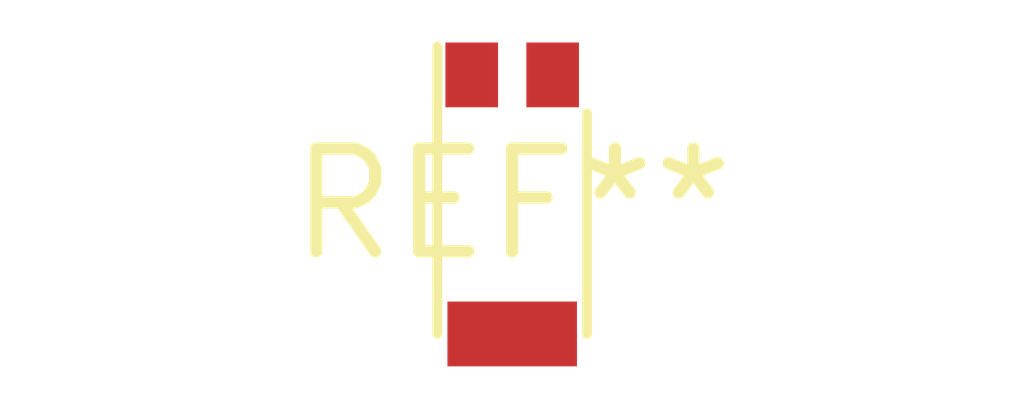
<source format=kicad_pcb>
(kicad_pcb (version 20240108) (generator pcbnew)
  (layers (0 "F.Cu" signal) (31 "B.Cu" signal) (34 "B.Paste" user) (35 "F.Paste" user) (36 "B.SilkS" user "B.Silkscreen") (37 "F.SilkS" user "F.Silkscreen") (38 "B.Mask" user) (39 "F.Mask" user) (44 "Edge.Cuts" user))
  (net 0 "")
  (footprint "Pulse_W3011" (layer "F.Cu") (at 0 0)
    (property "Reference" "REF**")
    (property "Value" "Pulse_W3011")
    (fp_line (start -0.925 1.6) (end -0.925 -1.95) (layer "F.SilkS") (stroke (width 0.12)))
    (fp_line (start 0.925 1.6) (end 0.925 -1.125) (layer "F.SilkS") (stroke (width 0.12)))
    (pad "1" smd trapezoid (at -0.5 -1.6 90) (size 0.8 0.65) (layers "F.Cu" "F.Paste" "F.Mask"))
    (pad "2" smd trapezoid (at 0 1.6 90) (size 0.8 1.6) (layers "F.Cu" "F.Paste" "F.Mask"))
    (pad "2" smd trapezoid (at 0.5 -1.6 90) (size 0.8 0.65) (layers "F.Cu" "F.Paste" "F.Mask"))
  )
)
</source>
